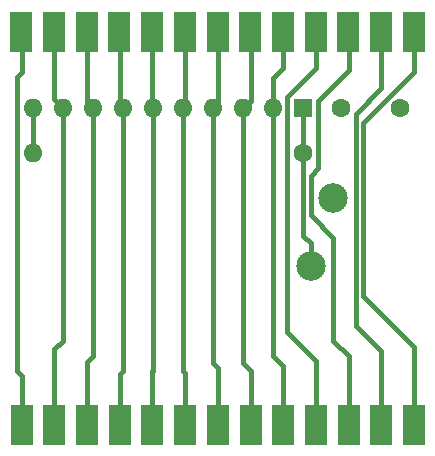
<source format=gbr>
G04 #@! TF.GenerationSoftware,KiCad,Pcbnew,8.0.4*
G04 #@! TF.CreationDate,2025-03-14T11:46:41-03:00*
G04 #@! TF.ProjectId,generic_8_bit_audio_dac,67656e65-7269-4635-9f38-5f6269745f61,rev?*
G04 #@! TF.SameCoordinates,Original*
G04 #@! TF.FileFunction,Copper,L1,Top*
G04 #@! TF.FilePolarity,Positive*
%FSLAX46Y46*%
G04 Gerber Fmt 4.6, Leading zero omitted, Abs format (unit mm)*
G04 Created by KiCad (PCBNEW 8.0.4) date 2025-03-14 11:46:41*
%MOMM*%
%LPD*%
G01*
G04 APERTURE LIST*
G04 #@! TA.AperFunction,ComponentPad*
%ADD10C,1.600000*%
G04 #@! TD*
G04 #@! TA.AperFunction,ComponentPad*
%ADD11O,1.600000X1.600000*%
G04 #@! TD*
G04 #@! TA.AperFunction,ComponentPad*
%ADD12R,1.600000X1.600000*%
G04 #@! TD*
G04 #@! TA.AperFunction,SMDPad,CuDef*
%ADD13R,1.846667X3.480000*%
G04 #@! TD*
G04 #@! TA.AperFunction,ComponentPad*
%ADD14C,2.500000*%
G04 #@! TD*
G04 #@! TA.AperFunction,Conductor*
%ADD15C,0.400000*%
G04 #@! TD*
G04 APERTURE END LIST*
D10*
X143510000Y-77470000D03*
D11*
X120650000Y-77470000D03*
D12*
X143510000Y-73660000D03*
D11*
X140970000Y-73660000D03*
X138430000Y-73660000D03*
X135890000Y-73660000D03*
X133350000Y-73660000D03*
X130810000Y-73660000D03*
X128270000Y-73660000D03*
X125730000Y-73660000D03*
X123190000Y-73660000D03*
X120650000Y-73660000D03*
D13*
X152915001Y-100457000D03*
X150145001Y-100457000D03*
X147375001Y-100457000D03*
X144605001Y-100457000D03*
X141835001Y-100457000D03*
X139065001Y-100457000D03*
X136295001Y-100457000D03*
X133525001Y-100457000D03*
X130755001Y-100457000D03*
X127985001Y-100457000D03*
X125215001Y-100457000D03*
X122445001Y-100457000D03*
X119675001Y-100457000D03*
X119651000Y-67183000D03*
X122421000Y-67183000D03*
X125191000Y-67183000D03*
X127961000Y-67183000D03*
X130731000Y-67183000D03*
X133501000Y-67183000D03*
X136271000Y-67183000D03*
X139041000Y-67183000D03*
X141811000Y-67183000D03*
X144581000Y-67183000D03*
X147351000Y-67183000D03*
X150121000Y-67183000D03*
X152891000Y-67183000D03*
D10*
X146685000Y-73660000D03*
X151685000Y-73660000D03*
D14*
X146050000Y-81280000D03*
X144145000Y-86995000D03*
D15*
X143510000Y-73660000D02*
X143510000Y-77470000D01*
X143510000Y-77470000D02*
X143510000Y-84455000D01*
X143510000Y-84455000D02*
X144145000Y-85090000D01*
X144145000Y-85090000D02*
X144145000Y-86995000D01*
X120650000Y-73660000D02*
X120650000Y-77470000D01*
X152915001Y-93860001D02*
X152915001Y-98425000D01*
X148590000Y-89535000D02*
X152915001Y-93860001D01*
X148590000Y-74945001D02*
X148590000Y-89535000D01*
X152915001Y-68580000D02*
X152915001Y-70620000D01*
X152915001Y-70620000D02*
X148590000Y-74945001D01*
X152915001Y-98425000D02*
X152915001Y-100449999D01*
X147955000Y-92075000D02*
X150145001Y-94265001D01*
X150145001Y-94265001D02*
X150145001Y-98425000D01*
X147955000Y-74166002D02*
X147955000Y-92075000D01*
X150145001Y-68580000D02*
X150145001Y-71976001D01*
X150145001Y-71976001D02*
X147955000Y-74166002D01*
X150145001Y-98425000D02*
X150145001Y-100425999D01*
X147375001Y-94670001D02*
X147375001Y-98425000D01*
X147375001Y-68580000D02*
X147375001Y-70429999D01*
X146050000Y-93345000D02*
X147375001Y-94670001D01*
X147375001Y-70429999D02*
X144780000Y-73025000D01*
X144150129Y-79369871D02*
X144150129Y-82727127D01*
X144780000Y-73025000D02*
X144780000Y-78740000D01*
X144150129Y-82727127D02*
X146050000Y-84626998D01*
X146050000Y-84626998D02*
X146050000Y-93345000D01*
X144780000Y-78740000D02*
X144150129Y-79369871D01*
X147375001Y-98425000D02*
X147375001Y-100385001D01*
X144605001Y-95075001D02*
X144605001Y-98425000D01*
X142170001Y-92640001D02*
X144605001Y-95075001D01*
X142170001Y-72679997D02*
X142170001Y-92640001D01*
X144605001Y-68580000D02*
X144605001Y-70244997D01*
X144605001Y-70244997D02*
X142170001Y-72679997D01*
X144605001Y-98425000D02*
X144605001Y-100409001D01*
X141835001Y-95480001D02*
X141835001Y-98425000D01*
X140970000Y-73660000D02*
X140970000Y-94615000D01*
X140970000Y-94615000D02*
X141835001Y-95480001D01*
X141835001Y-70254999D02*
X141835001Y-68580000D01*
X140970000Y-73660000D02*
X140970000Y-71120000D01*
X140970000Y-71120000D02*
X141835001Y-70254999D01*
X141835001Y-98425000D02*
X141835001Y-100433001D01*
X139065001Y-73024999D02*
X138430000Y-73660000D01*
X139065001Y-68580000D02*
X139065001Y-73024999D01*
X138430000Y-73660000D02*
X138430000Y-95250000D01*
X139065001Y-95885001D02*
X139065001Y-98425000D01*
X138430000Y-95250000D02*
X139065001Y-95885001D01*
X139065001Y-98425000D02*
X139065001Y-100456999D01*
X136295001Y-73254999D02*
X135890000Y-73660000D01*
X136295001Y-68580000D02*
X136295001Y-73254999D01*
X135890000Y-73660000D02*
X135890000Y-95250000D01*
X136295001Y-95655001D02*
X136295001Y-98425000D01*
X135890000Y-95250000D02*
X136295001Y-95655001D01*
X136295001Y-98425000D02*
X136295001Y-100432999D01*
X133525001Y-73484999D02*
X133350000Y-73660000D01*
X133525001Y-68580000D02*
X133525001Y-73484999D01*
X133350000Y-73660000D02*
X133350000Y-95885000D01*
X133525001Y-96060001D02*
X133525001Y-98425000D01*
X133350000Y-95885000D02*
X133525001Y-96060001D01*
X133525001Y-98425000D02*
X133525001Y-100408999D01*
X130755001Y-73605001D02*
X130810000Y-73660000D01*
X130755001Y-68580000D02*
X130755001Y-73605001D01*
X130810000Y-73660000D02*
X130810000Y-95885000D01*
X130755001Y-95939999D02*
X130755001Y-98425000D01*
X130810000Y-95885000D02*
X130755001Y-95939999D01*
X130755001Y-98425000D02*
X130755001Y-100402001D01*
X127985001Y-73375001D02*
X128270000Y-73660000D01*
X127985001Y-68580000D02*
X127985001Y-73375001D01*
X128270000Y-73660000D02*
X128270000Y-95885000D01*
X127985001Y-96169999D02*
X127985001Y-98425000D01*
X128270000Y-95885000D02*
X127985001Y-96169999D01*
X127985001Y-98425000D02*
X127985001Y-100426001D01*
X125215001Y-73145001D02*
X125730000Y-73660000D01*
X125215001Y-68580000D02*
X125215001Y-73145001D01*
X125215001Y-95129999D02*
X125215001Y-98425000D01*
X125730000Y-73660000D02*
X125730000Y-94615000D01*
X125730000Y-94615000D02*
X125215001Y-95129999D01*
X125215001Y-98425000D02*
X125215001Y-100450001D01*
X122445001Y-72915001D02*
X123190000Y-73660000D01*
X122445001Y-68580000D02*
X122445001Y-72915001D01*
X123190000Y-73660000D02*
X123190000Y-93345000D01*
X122445001Y-94089999D02*
X122445001Y-98425000D01*
X123190000Y-93345000D02*
X122445001Y-94089999D01*
X122445001Y-98425000D02*
X122445001Y-100439999D01*
X119250509Y-95960508D02*
X119675001Y-96385000D01*
X119675001Y-96385000D02*
X119675001Y-98425000D01*
X119675001Y-70620000D02*
X119250509Y-71044492D01*
X119250509Y-71044492D02*
X119250509Y-95960508D01*
X119675001Y-68580000D02*
X119675001Y-70620000D01*
X119675001Y-98425000D02*
X119675001Y-100415999D01*
M02*

</source>
